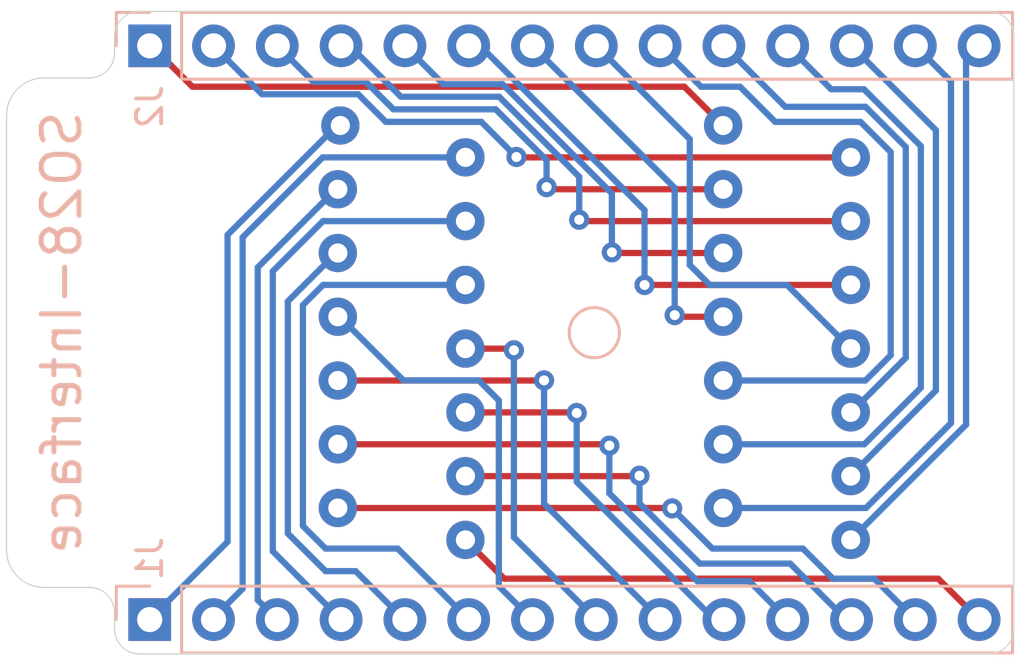
<source format=kicad_pcb>
(kicad_pcb (version 20171130) (host pcbnew 5.1.4+dfsg1-1)

  (general
    (thickness 1.6)
    (drawings 19)
    (tracks 176)
    (zones 0)
    (modules 3)
    (nets 29)
  )

  (page A4)
  (layers
    (0 F.Cu signal)
    (31 B.Cu signal)
    (32 B.Adhes user)
    (33 F.Adhes user)
    (34 B.Paste user)
    (35 F.Paste user)
    (36 B.SilkS user)
    (37 F.SilkS user)
    (38 B.Mask user)
    (39 F.Mask user)
    (40 Dwgs.User user hide)
    (41 Cmts.User user)
    (42 Eco1.User user)
    (43 Eco2.User user)
    (44 Edge.Cuts user)
    (45 Margin user)
    (46 B.CrtYd user hide)
    (47 F.CrtYd user hide)
    (48 B.Fab user)
    (49 F.Fab user hide)
  )

  (setup
    (last_trace_width 0.25)
    (trace_clearance 0.2)
    (zone_clearance 0.508)
    (zone_45_only no)
    (trace_min 0.2)
    (via_size 0.8)
    (via_drill 0.4)
    (via_min_size 0.4)
    (via_min_drill 0.3)
    (uvia_size 0.3)
    (uvia_drill 0.1)
    (uvias_allowed no)
    (uvia_min_size 0.2)
    (uvia_min_drill 0.1)
    (edge_width 0.05)
    (segment_width 0.2)
    (pcb_text_width 0.3)
    (pcb_text_size 1.5 1.5)
    (mod_edge_width 0.12)
    (mod_text_size 1 1)
    (mod_text_width 0.15)
    (pad_size 1.524 1.524)
    (pad_drill 0.762)
    (pad_to_mask_clearance 0.051)
    (solder_mask_min_width 0.25)
    (aux_axis_origin 0 0)
    (visible_elements FFFFFF7F)
    (pcbplotparams
      (layerselection 0x010f0_ffffffff)
      (usegerberextensions false)
      (usegerberattributes false)
      (usegerberadvancedattributes false)
      (creategerberjobfile false)
      (excludeedgelayer true)
      (linewidth 0.100000)
      (plotframeref false)
      (viasonmask false)
      (mode 1)
      (useauxorigin false)
      (hpglpennumber 1)
      (hpglpenspeed 20)
      (hpglpendiameter 15.000000)
      (psnegative false)
      (psa4output false)
      (plotreference true)
      (plotvalue false)
      (plotinvisibletext false)
      (padsonsilk false)
      (subtractmaskfromsilk false)
      (outputformat 1)
      (mirror false)
      (drillshape 0)
      (scaleselection 1)
      (outputdirectory "SO28-Gerbs/"))
  )

  (net 0 "")
  (net 1 "Net-(Int1-Pad28)")
  (net 2 "Net-(Int1-Pad27)")
  (net 3 "Net-(Int1-Pad26)")
  (net 4 "Net-(Int1-Pad25)")
  (net 5 "Net-(Int1-Pad24)")
  (net 6 "Net-(Int1-Pad23)")
  (net 7 "Net-(Int1-Pad22)")
  (net 8 "Net-(Int1-Pad21)")
  (net 9 "Net-(Int1-Pad20)")
  (net 10 "Net-(Int1-Pad19)")
  (net 11 "Net-(Int1-Pad18)")
  (net 12 "Net-(Int1-Pad17)")
  (net 13 "Net-(Int1-Pad16)")
  (net 14 "Net-(Int1-Pad15)")
  (net 15 "Net-(Int1-Pad14)")
  (net 16 "Net-(Int1-Pad13)")
  (net 17 "Net-(Int1-Pad12)")
  (net 18 "Net-(Int1-Pad11)")
  (net 19 "Net-(Int1-Pad10)")
  (net 20 "Net-(Int1-Pad9)")
  (net 21 "Net-(Int1-Pad8)")
  (net 22 "Net-(Int1-Pad7)")
  (net 23 "Net-(Int1-Pad6)")
  (net 24 "Net-(Int1-Pad5)")
  (net 25 "Net-(Int1-Pad4)")
  (net 26 "Net-(Int1-Pad3)")
  (net 27 "Net-(Int1-Pad2)")
  (net 28 "Net-(Int1-Pad1)")

  (net_class Default "This is the default net class."
    (clearance 0.2)
    (trace_width 0.25)
    (via_dia 0.8)
    (via_drill 0.4)
    (uvia_dia 0.3)
    (uvia_drill 0.1)
    (add_net "Net-(Int1-Pad1)")
    (add_net "Net-(Int1-Pad10)")
    (add_net "Net-(Int1-Pad11)")
    (add_net "Net-(Int1-Pad12)")
    (add_net "Net-(Int1-Pad13)")
    (add_net "Net-(Int1-Pad14)")
    (add_net "Net-(Int1-Pad15)")
    (add_net "Net-(Int1-Pad16)")
    (add_net "Net-(Int1-Pad17)")
    (add_net "Net-(Int1-Pad18)")
    (add_net "Net-(Int1-Pad19)")
    (add_net "Net-(Int1-Pad2)")
    (add_net "Net-(Int1-Pad20)")
    (add_net "Net-(Int1-Pad21)")
    (add_net "Net-(Int1-Pad22)")
    (add_net "Net-(Int1-Pad23)")
    (add_net "Net-(Int1-Pad24)")
    (add_net "Net-(Int1-Pad25)")
    (add_net "Net-(Int1-Pad26)")
    (add_net "Net-(Int1-Pad27)")
    (add_net "Net-(Int1-Pad28)")
    (add_net "Net-(Int1-Pad3)")
    (add_net "Net-(Int1-Pad4)")
    (add_net "Net-(Int1-Pad5)")
    (add_net "Net-(Int1-Pad6)")
    (add_net "Net-(Int1-Pad7)")
    (add_net "Net-(Int1-Pad8)")
    (add_net "Net-(Int1-Pad9)")
  )

  (module nFootprints:SO28-7396 locked (layer F.Cu) (tedit 5EF0CDCB) (tstamp 5EF12A24)
    (at 100 100)
    (path /5EF0E471)
    (fp_text reference Int1 (at -21.8 0 90) (layer B.SilkS) hide
      (effects (font (size 1 1) (thickness 0.15)))
    )
    (fp_text value SO28-Interface (at -19.8 0 90) (layer F.Fab)
      (effects (font (size 1 1) (thickness 0.15)))
    )
    (fp_circle (center 0 0) (end 1 0) (layer B.SilkS) (width 0.12))
    (fp_line (start -23.4 10.15) (end -23.4 -10.15) (layer Dwgs.User) (width 0.12))
    (fp_line (start 16.6 10.15) (end -23.6 10.15) (layer Dwgs.User) (width 0.12))
    (fp_line (start 16.6 -10.15) (end 16.6 10.15) (layer Dwgs.User) (width 0.12))
    (fp_line (start -23.4 -10.15) (end 16.6 -10.15) (layer Dwgs.User) (width 0.12))
    (pad "" np_thru_hole circle (at 0 0) (size 1.6 1.6) (drill 1.6) (layers *.Cu *.Mask))
    (pad 28 thru_hole circle (at 5.13 -8.255) (size 1.524 1.524) (drill 0.762) (layers *.Cu *.Mask)
      (net 1 "Net-(Int1-Pad28)"))
    (pad 27 thru_hole circle (at 10.21 -6.985) (size 1.524 1.524) (drill 0.762) (layers *.Cu *.Mask)
      (net 2 "Net-(Int1-Pad27)"))
    (pad 26 thru_hole circle (at 5.13 -5.715) (size 1.524 1.524) (drill 0.762) (layers *.Cu *.Mask)
      (net 3 "Net-(Int1-Pad26)"))
    (pad 25 thru_hole circle (at 10.21 -4.445) (size 1.524 1.524) (drill 0.762) (layers *.Cu *.Mask)
      (net 4 "Net-(Int1-Pad25)"))
    (pad 24 thru_hole circle (at 5.13 -3.175) (size 1.524 1.524) (drill 0.762) (layers *.Cu *.Mask)
      (net 5 "Net-(Int1-Pad24)"))
    (pad 23 thru_hole circle (at 10.21 -1.905) (size 1.524 1.524) (drill 0.762) (layers *.Cu *.Mask)
      (net 6 "Net-(Int1-Pad23)"))
    (pad 22 thru_hole circle (at 5.13 -0.635) (size 1.524 1.524) (drill 0.762) (layers *.Cu *.Mask)
      (net 7 "Net-(Int1-Pad22)"))
    (pad 21 thru_hole circle (at 10.21 0.635) (size 1.524 1.524) (drill 0.762) (layers *.Cu *.Mask)
      (net 8 "Net-(Int1-Pad21)"))
    (pad 20 thru_hole circle (at 5.13 1.905) (size 1.524 1.524) (drill 0.762) (layers *.Cu *.Mask)
      (net 9 "Net-(Int1-Pad20)"))
    (pad 19 thru_hole circle (at 10.21 3.175) (size 1.524 1.524) (drill 0.762) (layers *.Cu *.Mask)
      (net 10 "Net-(Int1-Pad19)"))
    (pad 18 thru_hole circle (at 5.13 4.445) (size 1.524 1.524) (drill 0.762) (layers *.Cu *.Mask)
      (net 11 "Net-(Int1-Pad18)"))
    (pad 17 thru_hole circle (at 10.21 5.715) (size 1.524 1.524) (drill 0.762) (layers *.Cu *.Mask)
      (net 12 "Net-(Int1-Pad17)"))
    (pad 16 thru_hole circle (at 5.13 6.985) (size 1.524 1.524) (drill 0.762) (layers *.Cu *.Mask)
      (net 13 "Net-(Int1-Pad16)"))
    (pad 15 thru_hole circle (at 10.21 8.255) (size 1.524 1.524) (drill 0.762) (layers *.Cu *.Mask)
      (net 14 "Net-(Int1-Pad15)"))
    (pad 14 thru_hole circle (at -5.13 8.255) (size 1.524 1.524) (drill 0.762) (layers *.Cu *.Mask)
      (net 15 "Net-(Int1-Pad14)"))
    (pad 13 thru_hole circle (at -10.21 6.985) (size 1.524 1.524) (drill 0.762) (layers *.Cu *.Mask)
      (net 16 "Net-(Int1-Pad13)"))
    (pad 12 thru_hole circle (at -5.13 5.715) (size 1.524 1.524) (drill 0.762) (layers *.Cu *.Mask)
      (net 17 "Net-(Int1-Pad12)"))
    (pad 11 thru_hole circle (at -10.21 4.445) (size 1.524 1.524) (drill 0.762) (layers *.Cu *.Mask)
      (net 18 "Net-(Int1-Pad11)"))
    (pad 10 thru_hole circle (at -5.13 3.175) (size 1.524 1.524) (drill 0.762) (layers *.Cu *.Mask)
      (net 19 "Net-(Int1-Pad10)"))
    (pad 9 thru_hole circle (at -10.21 1.905) (size 1.524 1.524) (drill 0.762) (layers *.Cu *.Mask)
      (net 20 "Net-(Int1-Pad9)"))
    (pad 8 thru_hole circle (at -5.13 0.635) (size 1.524 1.524) (drill 0.762) (layers *.Cu *.Mask)
      (net 21 "Net-(Int1-Pad8)"))
    (pad 7 thru_hole circle (at -10.21 -0.635) (size 1.524 1.524) (drill 0.762) (layers *.Cu *.Mask)
      (net 22 "Net-(Int1-Pad7)"))
    (pad 6 thru_hole circle (at -5.13 -1.905) (size 1.524 1.524) (drill 0.762) (layers *.Cu *.Mask)
      (net 23 "Net-(Int1-Pad6)"))
    (pad 5 thru_hole circle (at -10.21 -3.175) (size 1.524 1.524) (drill 0.762) (layers *.Cu *.Mask)
      (net 24 "Net-(Int1-Pad5)"))
    (pad 4 thru_hole circle (at -5.13 -4.445) (size 1.524 1.524) (drill 0.762) (layers *.Cu *.Mask)
      (net 25 "Net-(Int1-Pad4)"))
    (pad 3 thru_hole circle (at -10.21 -5.715) (size 1.524 1.524) (drill 0.762) (layers *.Cu *.Mask)
      (net 26 "Net-(Int1-Pad3)"))
    (pad 2 thru_hole circle (at -5.13 -6.985) (size 1.524 1.524) (drill 0.762) (layers *.Cu *.Mask)
      (net 27 "Net-(Int1-Pad2)"))
    (pad 1 thru_hole circle (at -10.11 -8.255) (size 1.524 1.524) (drill 0.762) (layers *.Cu *.Mask)
      (net 28 "Net-(Int1-Pad1)"))
  )

  (module Connector_PinHeader_2.54mm:PinHeader_1x14_P2.54mm_Vertical (layer B.Cu) (tedit 59FED5CC) (tstamp 5EF13D40)
    (at 82.3 88.57 270)
    (descr "Through hole straight pin header, 1x14, 2.54mm pitch, single row")
    (tags "Through hole pin header THT 1x14 2.54mm single row")
    (path /5EF230FB)
    (fp_text reference J2 (at 2.43 0 270) (layer B.SilkS)
      (effects (font (size 1 1) (thickness 0.15)) (justify mirror))
    )
    (fp_text value Conn_01x14_Male (at 0 -35.35 270) (layer B.Fab) hide
      (effects (font (size 1 1) (thickness 0.15)) (justify mirror))
    )
    (fp_text user %R (at 0 -16.51) (layer B.Fab) hide
      (effects (font (size 1 1) (thickness 0.15)) (justify mirror))
    )
    (fp_line (start 1.8 1.8) (end -1.8 1.8) (layer B.CrtYd) (width 0.05))
    (fp_line (start 1.8 -34.8) (end 1.8 1.8) (layer B.CrtYd) (width 0.05))
    (fp_line (start -1.8 -34.8) (end 1.8 -34.8) (layer B.CrtYd) (width 0.05))
    (fp_line (start -1.8 1.8) (end -1.8 -34.8) (layer B.CrtYd) (width 0.05))
    (fp_line (start -1.33 1.33) (end 0 1.33) (layer B.SilkS) (width 0.12))
    (fp_line (start -1.33 0) (end -1.33 1.33) (layer B.SilkS) (width 0.12))
    (fp_line (start -1.33 -1.27) (end 1.33 -1.27) (layer B.SilkS) (width 0.12))
    (fp_line (start 1.33 -1.27) (end 1.33 -34.35) (layer B.SilkS) (width 0.12))
    (fp_line (start -1.33 -1.27) (end -1.33 -34.35) (layer B.SilkS) (width 0.12))
    (fp_line (start -1.33 -34.35) (end 1.33 -34.35) (layer B.SilkS) (width 0.12))
    (fp_line (start -1.27 0.635) (end -0.635 1.27) (layer B.Fab) (width 0.1))
    (fp_line (start -1.27 -34.29) (end -1.27 0.635) (layer B.Fab) (width 0.1))
    (fp_line (start 1.27 -34.29) (end -1.27 -34.29) (layer B.Fab) (width 0.1))
    (fp_line (start 1.27 1.27) (end 1.27 -34.29) (layer B.Fab) (width 0.1))
    (fp_line (start -0.635 1.27) (end 1.27 1.27) (layer B.Fab) (width 0.1))
    (pad 14 thru_hole oval (at 0 -33.02 270) (size 1.7 1.7) (drill 1) (layers *.Cu *.Mask)
      (net 14 "Net-(Int1-Pad15)"))
    (pad 13 thru_hole oval (at 0 -30.48 270) (size 1.7 1.7) (drill 1) (layers *.Cu *.Mask)
      (net 13 "Net-(Int1-Pad16)"))
    (pad 12 thru_hole oval (at 0 -27.94 270) (size 1.7 1.7) (drill 1) (layers *.Cu *.Mask)
      (net 12 "Net-(Int1-Pad17)"))
    (pad 11 thru_hole oval (at 0 -25.4 270) (size 1.7 1.7) (drill 1) (layers *.Cu *.Mask)
      (net 11 "Net-(Int1-Pad18)"))
    (pad 10 thru_hole oval (at 0 -22.86 270) (size 1.7 1.7) (drill 1) (layers *.Cu *.Mask)
      (net 10 "Net-(Int1-Pad19)"))
    (pad 9 thru_hole oval (at 0 -20.32 270) (size 1.7 1.7) (drill 1) (layers *.Cu *.Mask)
      (net 9 "Net-(Int1-Pad20)"))
    (pad 8 thru_hole oval (at 0 -17.78 270) (size 1.7 1.7) (drill 1) (layers *.Cu *.Mask)
      (net 8 "Net-(Int1-Pad21)"))
    (pad 7 thru_hole oval (at 0 -15.24 270) (size 1.7 1.7) (drill 1) (layers *.Cu *.Mask)
      (net 7 "Net-(Int1-Pad22)"))
    (pad 6 thru_hole oval (at 0 -12.7 270) (size 1.7 1.7) (drill 1) (layers *.Cu *.Mask)
      (net 6 "Net-(Int1-Pad23)"))
    (pad 5 thru_hole oval (at 0 -10.16 270) (size 1.7 1.7) (drill 1) (layers *.Cu *.Mask)
      (net 5 "Net-(Int1-Pad24)"))
    (pad 4 thru_hole oval (at 0 -7.62 270) (size 1.7 1.7) (drill 1) (layers *.Cu *.Mask)
      (net 4 "Net-(Int1-Pad25)"))
    (pad 3 thru_hole oval (at 0 -5.08 270) (size 1.7 1.7) (drill 1) (layers *.Cu *.Mask)
      (net 3 "Net-(Int1-Pad26)"))
    (pad 2 thru_hole oval (at 0 -2.54 270) (size 1.7 1.7) (drill 1) (layers *.Cu *.Mask)
      (net 2 "Net-(Int1-Pad27)"))
    (pad 1 thru_hole rect (at 0 0 270) (size 1.7 1.7) (drill 1) (layers *.Cu *.Mask)
      (net 1 "Net-(Int1-Pad28)"))
    (model ${KISYS3DMOD}/Connector_PinHeader_2.54mm.3dshapes/PinHeader_1x14_P2.54mm_Vertical.wrl
      (at (xyz 0 0 0))
      (scale (xyz 1 1 1))
      (rotate (xyz 0 0 0))
    )
  )

  (module Connector_PinHeader_2.54mm:PinHeader_1x14_P2.54mm_Vertical (layer B.Cu) (tedit 59FED5CC) (tstamp 5EF12A46)
    (at 82.3 111.43 270)
    (descr "Through hole straight pin header, 1x14, 2.54mm pitch, single row")
    (tags "Through hole pin header THT 1x14 2.54mm single row")
    (path /5EF1BADE)
    (fp_text reference J1 (at -2.43 0 270) (layer B.SilkS)
      (effects (font (size 1 1) (thickness 0.15)) (justify mirror))
    )
    (fp_text value Conn_01x14_Male (at 0 -35.35 270) (layer B.Fab) hide
      (effects (font (size 1 1) (thickness 0.15)) (justify mirror))
    )
    (fp_text user %R (at 0 -16.51) (layer B.Fab) hide
      (effects (font (size 1 1) (thickness 0.15)) (justify mirror))
    )
    (fp_line (start 1.8 1.8) (end -1.8 1.8) (layer B.CrtYd) (width 0.05))
    (fp_line (start 1.8 -34.8) (end 1.8 1.8) (layer B.CrtYd) (width 0.05))
    (fp_line (start -1.8 -34.8) (end 1.8 -34.8) (layer B.CrtYd) (width 0.05))
    (fp_line (start -1.8 1.8) (end -1.8 -34.8) (layer B.CrtYd) (width 0.05))
    (fp_line (start -1.33 1.33) (end 0 1.33) (layer B.SilkS) (width 0.12))
    (fp_line (start -1.33 0) (end -1.33 1.33) (layer B.SilkS) (width 0.12))
    (fp_line (start -1.33 -1.27) (end 1.33 -1.27) (layer B.SilkS) (width 0.12))
    (fp_line (start 1.33 -1.27) (end 1.33 -34.35) (layer B.SilkS) (width 0.12))
    (fp_line (start -1.33 -1.27) (end -1.33 -34.35) (layer B.SilkS) (width 0.12))
    (fp_line (start -1.33 -34.35) (end 1.33 -34.35) (layer B.SilkS) (width 0.12))
    (fp_line (start -1.27 0.635) (end -0.635 1.27) (layer B.Fab) (width 0.1))
    (fp_line (start -1.27 -34.29) (end -1.27 0.635) (layer B.Fab) (width 0.1))
    (fp_line (start 1.27 -34.29) (end -1.27 -34.29) (layer B.Fab) (width 0.1))
    (fp_line (start 1.27 1.27) (end 1.27 -34.29) (layer B.Fab) (width 0.1))
    (fp_line (start -0.635 1.27) (end 1.27 1.27) (layer B.Fab) (width 0.1))
    (pad 14 thru_hole oval (at 0 -33.02 270) (size 1.7 1.7) (drill 1) (layers *.Cu *.Mask)
      (net 15 "Net-(Int1-Pad14)"))
    (pad 13 thru_hole oval (at 0 -30.48 270) (size 1.7 1.7) (drill 1) (layers *.Cu *.Mask)
      (net 16 "Net-(Int1-Pad13)"))
    (pad 12 thru_hole oval (at 0 -27.94 270) (size 1.7 1.7) (drill 1) (layers *.Cu *.Mask)
      (net 17 "Net-(Int1-Pad12)"))
    (pad 11 thru_hole oval (at 0 -25.4 270) (size 1.7 1.7) (drill 1) (layers *.Cu *.Mask)
      (net 18 "Net-(Int1-Pad11)"))
    (pad 10 thru_hole oval (at 0 -22.86 270) (size 1.7 1.7) (drill 1) (layers *.Cu *.Mask)
      (net 19 "Net-(Int1-Pad10)"))
    (pad 9 thru_hole oval (at 0 -20.32 270) (size 1.7 1.7) (drill 1) (layers *.Cu *.Mask)
      (net 20 "Net-(Int1-Pad9)"))
    (pad 8 thru_hole oval (at 0 -17.78 270) (size 1.7 1.7) (drill 1) (layers *.Cu *.Mask)
      (net 21 "Net-(Int1-Pad8)"))
    (pad 7 thru_hole oval (at 0 -15.24 270) (size 1.7 1.7) (drill 1) (layers *.Cu *.Mask)
      (net 22 "Net-(Int1-Pad7)"))
    (pad 6 thru_hole oval (at 0 -12.7 270) (size 1.7 1.7) (drill 1) (layers *.Cu *.Mask)
      (net 23 "Net-(Int1-Pad6)"))
    (pad 5 thru_hole oval (at 0 -10.16 270) (size 1.7 1.7) (drill 1) (layers *.Cu *.Mask)
      (net 24 "Net-(Int1-Pad5)"))
    (pad 4 thru_hole oval (at 0 -7.62 270) (size 1.7 1.7) (drill 1) (layers *.Cu *.Mask)
      (net 25 "Net-(Int1-Pad4)"))
    (pad 3 thru_hole oval (at 0 -5.08 270) (size 1.7 1.7) (drill 1) (layers *.Cu *.Mask)
      (net 26 "Net-(Int1-Pad3)"))
    (pad 2 thru_hole oval (at 0 -2.54 270) (size 1.7 1.7) (drill 1) (layers *.Cu *.Mask)
      (net 27 "Net-(Int1-Pad2)"))
    (pad 1 thru_hole rect (at 0 0 270) (size 1.7 1.7) (drill 1) (layers *.Cu *.Mask)
      (net 28 "Net-(Int1-Pad1)"))
    (model ${KISYS3DMOD}/Connector_PinHeader_2.54mm.3dshapes/PinHeader_1x14_P2.54mm_Vertical.wrl
      (at (xyz 0 0 0))
      (scale (xyz 1 1 1))
      (rotate (xyz 0 0 0))
    )
  )

  (gr_text SO28-Interface (at 78.8 100 90) (layer B.SilkS)
    (effects (font (size 1.5 1.5) (thickness 0.2)) (justify mirror))
  )
  (gr_arc (start 115.7 111.8) (end 115.7 112.8) (angle -90) (layer Edge.Cuts) (width 0.05))
  (gr_arc (start 79.9 111.15) (end 80.9 111.15) (angle -90) (layer Edge.Cuts) (width 0.05))
  (gr_arc (start 81.9 111.8) (end 80.9 111.8) (angle -90) (layer Edge.Cuts) (width 0.05))
  (gr_arc (start 78.1 108.65) (end 76.6 108.65) (angle -90) (layer Edge.Cuts) (width 0.05))
  (gr_arc (start 78.1 91.35) (end 78.1 89.85) (angle -90) (layer Edge.Cuts) (width 0.05) (tstamp 5EF13BCB))
  (gr_arc (start 79.9 88.85) (end 79.9 89.85) (angle -90) (layer Edge.Cuts) (width 0.05))
  (gr_arc (start 81.9 88.2) (end 81.9 87.2) (angle -90) (layer Edge.Cuts) (width 0.05))
  (gr_arc (start 115.7 88.2) (end 116.7 88.2) (angle -90) (layer Edge.Cuts) (width 0.05) (tstamp 5EF13D88))
  (gr_line (start 81.9 87.2) (end 115.7 87.2) (layer Edge.Cuts) (width 0.05))
  (gr_line (start 80.9 88.85) (end 80.9 88.2) (layer Edge.Cuts) (width 0.05))
  (gr_line (start 78.1 89.85) (end 79.9 89.85) (layer Edge.Cuts) (width 0.05))
  (gr_line (start 76.6 108.65) (end 76.6 91.35) (layer Edge.Cuts) (width 0.05) (tstamp 5EF13BAF))
  (gr_line (start 79.9 110.15) (end 78.1 110.15) (layer Edge.Cuts) (width 0.05))
  (gr_line (start 80.9 111.8) (end 80.9 111.15) (layer Edge.Cuts) (width 0.05))
  (gr_line (start 115.7 112.8) (end 81.9 112.8) (layer Edge.Cuts) (width 0.05))
  (gr_line (start 116.7 88.2) (end 116.7 111.8) (layer Edge.Cuts) (width 0.05))
  (gr_line (start 96.4 92.5) (end 104 100.1) (layer Dwgs.User) (width 0.15))
  (gr_line (start 96.1 100) (end 103.1 107) (layer Dwgs.User) (width 0.15))

  (segment (start 82.37 88.57) (end 82.3 88.57) (width 0.25) (layer F.Cu) (net 1))
  (segment (start 84 90.2) (end 82.37 88.57) (width 0.25) (layer F.Cu) (net 1))
  (segment (start 105.13 91.745) (end 103.585 90.2) (width 0.25) (layer F.Cu) (net 1))
  (segment (start 103.585 90.2) (end 84 90.2) (width 0.25) (layer F.Cu) (net 1))
  (via (at 96.9 93) (size 0.8) (drill 0.4) (layers F.Cu B.Cu) (net 2))
  (segment (start 110.21 93.015) (end 96.915 93.015) (width 0.25) (layer F.Cu) (net 2))
  (segment (start 96.915 93.015) (end 96.9 93) (width 0.25) (layer F.Cu) (net 2))
  (segment (start 85.689999 89.419999) (end 84.84 88.57) (width 0.25) (layer B.Cu) (net 2))
  (segment (start 95.5 91.6) (end 91.7 91.6) (width 0.25) (layer B.Cu) (net 2))
  (segment (start 96.9 93) (end 95.5 91.6) (width 0.25) (layer B.Cu) (net 2))
  (segment (start 91.7 91.6) (end 90.6 90.5) (width 0.25) (layer B.Cu) (net 2))
  (segment (start 86.77 90.5) (end 85.689999 89.419999) (width 0.25) (layer B.Cu) (net 2))
  (segment (start 90.6 90.5) (end 86.77 90.5) (width 0.25) (layer B.Cu) (net 2))
  (via (at 98.1 94.2) (size 0.8) (drill 0.4) (layers F.Cu B.Cu) (net 3))
  (segment (start 105.13 94.285) (end 98.185 94.285) (width 0.25) (layer F.Cu) (net 3))
  (segment (start 98.185 94.285) (end 98.1 94.2) (width 0.25) (layer F.Cu) (net 3))
  (segment (start 88.229999 89.419999) (end 87.38 88.57) (width 0.25) (layer B.Cu) (net 3))
  (segment (start 88.81 90) (end 88.229999 89.419999) (width 0.25) (layer B.Cu) (net 3))
  (segment (start 98.1 93.126998) (end 96.073002 91.1) (width 0.25) (layer B.Cu) (net 3))
  (segment (start 96.073002 91.1) (end 92 91.1) (width 0.25) (layer B.Cu) (net 3))
  (segment (start 90.9 90) (end 88.81 90) (width 0.25) (layer B.Cu) (net 3))
  (segment (start 98.1 94.2) (end 98.1 93.126998) (width 0.25) (layer B.Cu) (net 3))
  (segment (start 92 91.1) (end 90.9 90) (width 0.25) (layer B.Cu) (net 3))
  (segment (start 110.21 95.555) (end 99.455 95.555) (width 0.25) (layer F.Cu) (net 4))
  (via (at 99.4 95.5) (size 0.8) (drill 0.4) (layers F.Cu B.Cu) (net 4))
  (segment (start 99.455 95.555) (end 99.4 95.5) (width 0.25) (layer F.Cu) (net 4))
  (segment (start 90.27 88.57) (end 89.92 88.57) (width 0.25) (layer B.Cu) (net 4))
  (segment (start 92.3 90.6) (end 90.27 88.57) (width 0.25) (layer B.Cu) (net 4))
  (segment (start 96.209412 90.6) (end 92.3 90.6) (width 0.25) (layer B.Cu) (net 4))
  (segment (start 99.4 95.5) (end 99.4 93.790588) (width 0.25) (layer B.Cu) (net 4))
  (segment (start 99.4 93.790588) (end 96.209412 90.6) (width 0.25) (layer B.Cu) (net 4))
  (via (at 100.7 96.8) (size 0.8) (drill 0.4) (layers F.Cu B.Cu) (net 5))
  (segment (start 105.13 96.825) (end 100.725 96.825) (width 0.25) (layer F.Cu) (net 5))
  (segment (start 100.725 96.825) (end 100.7 96.8) (width 0.25) (layer F.Cu) (net 5))
  (segment (start 93.99 90.1) (end 92.46 88.57) (width 0.25) (layer B.Cu) (net 5))
  (segment (start 96.345822 90.1) (end 93.99 90.1) (width 0.25) (layer B.Cu) (net 5))
  (segment (start 100.7 96.8) (end 100.7 94.454178) (width 0.25) (layer B.Cu) (net 5))
  (segment (start 100.7 94.454178) (end 96.345822 90.1) (width 0.25) (layer B.Cu) (net 5))
  (via (at 102 98.1) (size 0.8) (drill 0.4) (layers F.Cu B.Cu) (net 6))
  (segment (start 110.21 98.095) (end 102.005 98.095) (width 0.25) (layer F.Cu) (net 6))
  (segment (start 102.005 98.095) (end 102 98.1) (width 0.25) (layer F.Cu) (net 6))
  (segment (start 102 98.1) (end 102 95.117768) (width 0.25) (layer B.Cu) (net 6))
  (segment (start 95.452232 88.57) (end 95 88.57) (width 0.25) (layer B.Cu) (net 6))
  (segment (start 102 95.117768) (end 95.452232 88.57) (width 0.25) (layer B.Cu) (net 6))
  (via (at 103.2 99.3) (size 0.8) (drill 0.4) (layers F.Cu B.Cu) (net 7))
  (segment (start 105.13 99.365) (end 103.265 99.365) (width 0.25) (layer F.Cu) (net 7))
  (segment (start 103.265 99.365) (end 103.2 99.3) (width 0.25) (layer F.Cu) (net 7))
  (segment (start 103.2 94.23) (end 97.54 88.57) (width 0.25) (layer B.Cu) (net 7))
  (segment (start 103.2 99.3) (end 103.2 94.23) (width 0.25) (layer B.Cu) (net 7))
  (segment (start 100.929999 89.419999) (end 100.08 88.57) (width 0.25) (layer B.Cu) (net 8))
  (segment (start 107.675 98.1) (end 104.6 98.1) (width 0.25) (layer B.Cu) (net 8))
  (segment (start 110.21 100.635) (end 107.675 98.1) (width 0.25) (layer B.Cu) (net 8))
  (segment (start 103.8 97.3) (end 103.8 92.29) (width 0.25) (layer B.Cu) (net 8))
  (segment (start 104.6 98.1) (end 103.8 97.3) (width 0.25) (layer B.Cu) (net 8))
  (segment (start 103.8 92.29) (end 100.929999 89.419999) (width 0.25) (layer B.Cu) (net 8))
  (segment (start 104.25 90.2) (end 103.469999 89.419999) (width 0.25) (layer B.Cu) (net 9))
  (segment (start 107.2 91.6) (end 105.8 90.2) (width 0.25) (layer B.Cu) (net 9))
  (segment (start 105.8 90.2) (end 104.25 90.2) (width 0.25) (layer B.Cu) (net 9))
  (segment (start 105.13 101.905) (end 110.795 101.905) (width 0.25) (layer B.Cu) (net 9))
  (segment (start 103.469999 89.419999) (end 102.62 88.57) (width 0.25) (layer B.Cu) (net 9))
  (segment (start 110.795 101.905) (end 111.8 100.9) (width 0.25) (layer B.Cu) (net 9))
  (segment (start 111.8 100.9) (end 111.8 92.8) (width 0.25) (layer B.Cu) (net 9))
  (segment (start 111.8 92.8) (end 110.6 91.6) (width 0.25) (layer B.Cu) (net 9))
  (segment (start 110.6 91.6) (end 107.2 91.6) (width 0.25) (layer B.Cu) (net 9))
  (segment (start 105.17 88.57) (end 105.16 88.57) (width 0.25) (layer B.Cu) (net 10))
  (segment (start 107.6 91) (end 105.17 88.57) (width 0.25) (layer B.Cu) (net 10))
  (segment (start 110.225 103.175) (end 112.4 101) (width 0.25) (layer B.Cu) (net 10))
  (segment (start 112.4 101) (end 112.4 92.6) (width 0.25) (layer B.Cu) (net 10))
  (segment (start 110.21 103.175) (end 110.225 103.175) (width 0.25) (layer B.Cu) (net 10))
  (segment (start 112.4 92.6) (end 110.8 91) (width 0.25) (layer B.Cu) (net 10))
  (segment (start 110.8 91) (end 107.6 91) (width 0.25) (layer B.Cu) (net 10))
  (segment (start 108.549999 89.419999) (end 107.7 88.57) (width 0.25) (layer B.Cu) (net 11))
  (segment (start 110.751881 104.445) (end 113 102.196881) (width 0.25) (layer B.Cu) (net 11))
  (segment (start 105.13 104.445) (end 110.751881 104.445) (width 0.25) (layer B.Cu) (net 11))
  (segment (start 110.73641 90.3) (end 109.43 90.3) (width 0.25) (layer B.Cu) (net 11))
  (segment (start 109.43 90.3) (end 108.549999 89.419999) (width 0.25) (layer B.Cu) (net 11))
  (segment (start 113 102.196881) (end 113 92.56359) (width 0.25) (layer B.Cu) (net 11))
  (segment (start 113 92.56359) (end 110.73641 90.3) (width 0.25) (layer B.Cu) (net 11))
  (segment (start 111.089999 89.419999) (end 110.24 88.57) (width 0.25) (layer B.Cu) (net 12))
  (segment (start 113.6 91.93) (end 111.089999 89.419999) (width 0.25) (layer B.Cu) (net 12))
  (segment (start 113.6 102.3) (end 113.6 91.93) (width 0.25) (layer B.Cu) (net 12))
  (segment (start 110.21 105.715) (end 110.21 105.69) (width 0.25) (layer B.Cu) (net 12))
  (segment (start 110.21 105.69) (end 113.6 102.3) (width 0.25) (layer B.Cu) (net 12))
  (segment (start 114.2 89.99) (end 113.629999 89.419999) (width 0.25) (layer B.Cu) (net 13))
  (segment (start 114.2 103.6) (end 114.2 89.99) (width 0.25) (layer B.Cu) (net 13))
  (segment (start 105.13 106.985) (end 110.815 106.985) (width 0.25) (layer B.Cu) (net 13))
  (segment (start 113.629999 89.419999) (end 112.78 88.57) (width 0.25) (layer B.Cu) (net 13))
  (segment (start 110.815 106.985) (end 114.2 103.6) (width 0.25) (layer B.Cu) (net 13))
  (segment (start 115.32 88.58) (end 115.32 88.57) (width 0.25) (layer B.Cu) (net 14))
  (segment (start 114.8 89.1) (end 115.32 88.58) (width 0.25) (layer B.Cu) (net 14))
  (segment (start 110.21 108.255) (end 114.8 103.665) (width 0.25) (layer B.Cu) (net 14))
  (segment (start 114.8 103.665) (end 114.8 89.1) (width 0.25) (layer B.Cu) (net 14))
  (segment (start 114.470001 110.580001) (end 115.32 111.43) (width 0.25) (layer F.Cu) (net 15))
  (segment (start 94.87 108.255) (end 96.415 109.8) (width 0.25) (layer F.Cu) (net 15))
  (segment (start 113.69 109.8) (end 114.470001 110.580001) (width 0.25) (layer F.Cu) (net 15))
  (segment (start 96.415 109.8) (end 113.69 109.8) (width 0.25) (layer F.Cu) (net 15))
  (via (at 103.1 107) (size 0.8) (drill 0.4) (layers F.Cu B.Cu) (net 16))
  (segment (start 89.79 106.985) (end 103.085 106.985) (width 0.25) (layer F.Cu) (net 16))
  (segment (start 103.085 106.985) (end 103.1 107) (width 0.25) (layer F.Cu) (net 16))
  (segment (start 111.930001 110.580001) (end 112.78 111.43) (width 0.25) (layer B.Cu) (net 16))
  (segment (start 103.1 107) (end 104.69998 108.59998) (width 0.25) (layer B.Cu) (net 16))
  (segment (start 111.15 109.8) (end 111.930001 110.580001) (width 0.25) (layer B.Cu) (net 16))
  (segment (start 108.29998 108.59998) (end 109.5 109.8) (width 0.25) (layer B.Cu) (net 16))
  (segment (start 104.69998 108.59998) (end 108.29998 108.59998) (width 0.25) (layer B.Cu) (net 16))
  (segment (start 109.5 109.8) (end 111.15 109.8) (width 0.25) (layer B.Cu) (net 16))
  (via (at 101.8 105.7) (size 0.8) (drill 0.4) (layers F.Cu B.Cu) (net 17))
  (segment (start 94.87 105.715) (end 101.785 105.715) (width 0.25) (layer F.Cu) (net 17))
  (segment (start 101.785 105.715) (end 101.8 105.7) (width 0.25) (layer F.Cu) (net 17))
  (segment (start 110.03 111.43) (end 110.24 111.43) (width 0.25) (layer B.Cu) (net 17))
  (segment (start 107.79998 109.19998) (end 110.03 111.43) (width 0.25) (layer B.Cu) (net 17))
  (segment (start 104.19998 109.19998) (end 107.79998 109.19998) (width 0.25) (layer B.Cu) (net 17))
  (segment (start 101.8 105.7) (end 101.8 106.8) (width 0.25) (layer B.Cu) (net 17))
  (segment (start 101.8 106.8) (end 104.19998 109.19998) (width 0.25) (layer B.Cu) (net 17))
  (via (at 100.6 104.5) (size 0.8) (drill 0.4) (layers F.Cu B.Cu) (net 18))
  (segment (start 89.79 104.445) (end 100.545 104.445) (width 0.25) (layer F.Cu) (net 18))
  (segment (start 100.545 104.445) (end 100.6 104.5) (width 0.25) (layer F.Cu) (net 18))
  (segment (start 106.17 109.9) (end 106.850001 110.580001) (width 0.25) (layer B.Cu) (net 18))
  (segment (start 100.6 104.5) (end 100.6 106.4) (width 0.25) (layer B.Cu) (net 18))
  (segment (start 106.850001 110.580001) (end 107.7 111.43) (width 0.25) (layer B.Cu) (net 18))
  (segment (start 104.1 109.9) (end 106.17 109.9) (width 0.25) (layer B.Cu) (net 18))
  (segment (start 100.6 106.4) (end 104.1 109.9) (width 0.25) (layer B.Cu) (net 18))
  (via (at 99.3 103.2) (size 0.8) (drill 0.4) (layers F.Cu B.Cu) (net 19))
  (segment (start 94.87 103.175) (end 99.275 103.175) (width 0.25) (layer F.Cu) (net 19))
  (segment (start 99.275 103.175) (end 99.3 103.2) (width 0.25) (layer F.Cu) (net 19))
  (segment (start 104.7868 111.43) (end 105.16 111.43) (width 0.25) (layer B.Cu) (net 19))
  (segment (start 99.3 103.2) (end 99.3 105.9432) (width 0.25) (layer B.Cu) (net 19))
  (segment (start 99.3 105.9432) (end 104.7868 111.43) (width 0.25) (layer B.Cu) (net 19))
  (segment (start 89.79 101.905) (end 97.995 101.905) (width 0.25) (layer F.Cu) (net 20))
  (via (at 98 101.9) (size 0.8) (drill 0.4) (layers F.Cu B.Cu) (net 20))
  (segment (start 97.995 101.905) (end 98 101.9) (width 0.25) (layer F.Cu) (net 20))
  (segment (start 98 106.81) (end 102.62 111.43) (width 0.25) (layer B.Cu) (net 20))
  (segment (start 98 101.9) (end 98 106.81) (width 0.25) (layer B.Cu) (net 20))
  (via (at 96.8 100.7) (size 0.8) (drill 0.4) (layers F.Cu B.Cu) (net 21))
  (segment (start 94.87 100.635) (end 96.735 100.635) (width 0.25) (layer F.Cu) (net 21))
  (segment (start 96.735 100.635) (end 96.8 100.7) (width 0.25) (layer F.Cu) (net 21))
  (segment (start 96.8 108.15) (end 100.08 111.43) (width 0.25) (layer B.Cu) (net 21))
  (segment (start 96.8 100.7) (end 96.8 108.15) (width 0.25) (layer B.Cu) (net 21))
  (segment (start 97.53 111.43) (end 97.54 111.43) (width 0.25) (layer B.Cu) (net 22))
  (segment (start 96.2 110.1) (end 97.53 111.43) (width 0.25) (layer B.Cu) (net 22))
  (segment (start 89.865 99.365) (end 92.4 101.9) (width 0.25) (layer B.Cu) (net 22))
  (segment (start 92.4 101.9) (end 95.4 101.9) (width 0.25) (layer B.Cu) (net 22))
  (segment (start 95.4 101.9) (end 96.2 102.7) (width 0.25) (layer B.Cu) (net 22))
  (segment (start 89.79 99.365) (end 89.865 99.365) (width 0.25) (layer B.Cu) (net 22))
  (segment (start 96.2 102.7) (end 96.2 110.1) (width 0.25) (layer B.Cu) (net 22))
  (segment (start 94.150001 110.580001) (end 95 111.43) (width 0.25) (layer B.Cu) (net 23))
  (segment (start 92.17 108.6) (end 94.150001 110.580001) (width 0.25) (layer B.Cu) (net 23))
  (segment (start 89.205 98.095) (end 88.4 98.9) (width 0.25) (layer B.Cu) (net 23))
  (segment (start 94.87 98.095) (end 89.205 98.095) (width 0.25) (layer B.Cu) (net 23))
  (segment (start 88.4 98.9) (end 88.4 107.7) (width 0.25) (layer B.Cu) (net 23))
  (segment (start 89.3 108.6) (end 92.17 108.6) (width 0.25) (layer B.Cu) (net 23))
  (segment (start 88.4 107.7) (end 89.3 108.6) (width 0.25) (layer B.Cu) (net 23))
  (segment (start 87.8 98.75) (end 89.725 96.825) (width 0.25) (layer B.Cu) (net 24))
  (segment (start 89.725 96.825) (end 89.79 96.825) (width 0.25) (layer B.Cu) (net 24))
  (segment (start 92.43 111.43) (end 90.5 109.5) (width 0.25) (layer B.Cu) (net 24))
  (segment (start 90.5 109.5) (end 89.3 109.5) (width 0.25) (layer B.Cu) (net 24))
  (segment (start 87.8 108) (end 87.8 98.75) (width 0.25) (layer B.Cu) (net 24))
  (segment (start 92.46 111.43) (end 92.43 111.43) (width 0.25) (layer B.Cu) (net 24))
  (segment (start 89.3 109.5) (end 87.8 108) (width 0.25) (layer B.Cu) (net 24))
  (segment (start 87.2 108.71) (end 89.070001 110.580001) (width 0.25) (layer B.Cu) (net 25))
  (segment (start 94.87 95.555) (end 89.198119 95.555) (width 0.25) (layer B.Cu) (net 25))
  (segment (start 89.070001 110.580001) (end 89.92 111.43) (width 0.25) (layer B.Cu) (net 25))
  (segment (start 87.2 97.553119) (end 87.2 108.71) (width 0.25) (layer B.Cu) (net 25))
  (segment (start 89.198119 95.555) (end 87.2 97.553119) (width 0.25) (layer B.Cu) (net 25))
  (segment (start 86.6 110.65) (end 87.38 111.43) (width 0.25) (layer B.Cu) (net 26))
  (segment (start 86.6 97.4) (end 86.6 110.65) (width 0.25) (layer B.Cu) (net 26))
  (segment (start 89.79 94.285) (end 89.715 94.285) (width 0.25) (layer B.Cu) (net 26))
  (segment (start 89.715 94.285) (end 86.6 97.4) (width 0.25) (layer B.Cu) (net 26))
  (segment (start 86 110.2) (end 84.84 111.36) (width 0.25) (layer B.Cu) (net 27))
  (segment (start 84.84 111.36) (end 84.84 111.43) (width 0.25) (layer B.Cu) (net 27))
  (segment (start 86 96.2) (end 86 110.2) (width 0.25) (layer B.Cu) (net 27))
  (segment (start 94.87 93.015) (end 89.185 93.015) (width 0.25) (layer B.Cu) (net 27))
  (segment (start 89.185 93.015) (end 86 96.2) (width 0.25) (layer B.Cu) (net 27))
  (segment (start 85.4 108.33) (end 82.3 111.43) (width 0.25) (layer B.Cu) (net 28))
  (segment (start 85.4 96.1) (end 85.4 108.33) (width 0.25) (layer B.Cu) (net 28))
  (segment (start 89.89 91.745) (end 89.755 91.745) (width 0.25) (layer B.Cu) (net 28))
  (segment (start 89.755 91.745) (end 85.4 96.1) (width 0.25) (layer B.Cu) (net 28))

)

</source>
